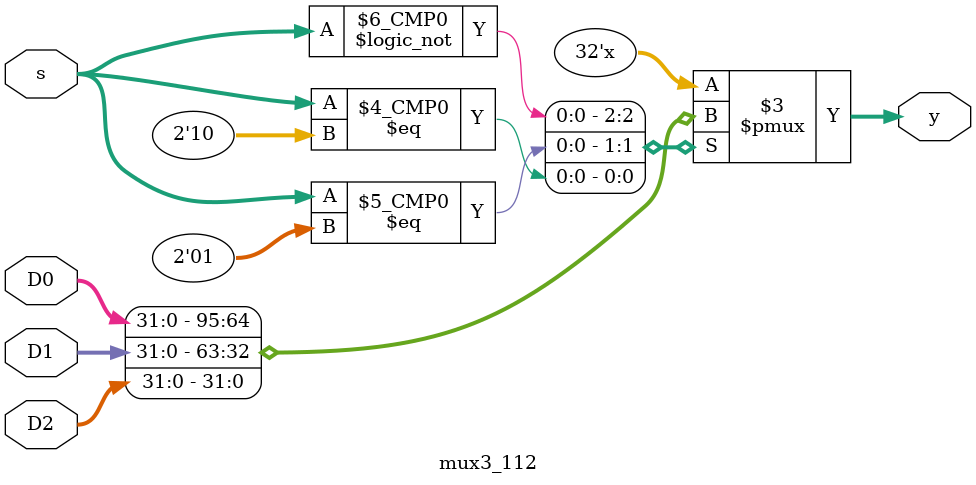
<source format=v>
module mux3_112 #(parameter WITDH = 32) (D0, D1, D2, s, y);

input[WITDH - 1:0] D0, D1, D2;
input[1:0] s;
output[WITDH - 1:0] y;
reg[WITDH - 1:0] y;

always @(s or D0 or D1 or D2)
begin
    case (s)
        2'b00 : y = D0;
        2'b01 : y = D1;
        2'b10 : y = D2;
    endcase
end

endmodule
</source>
